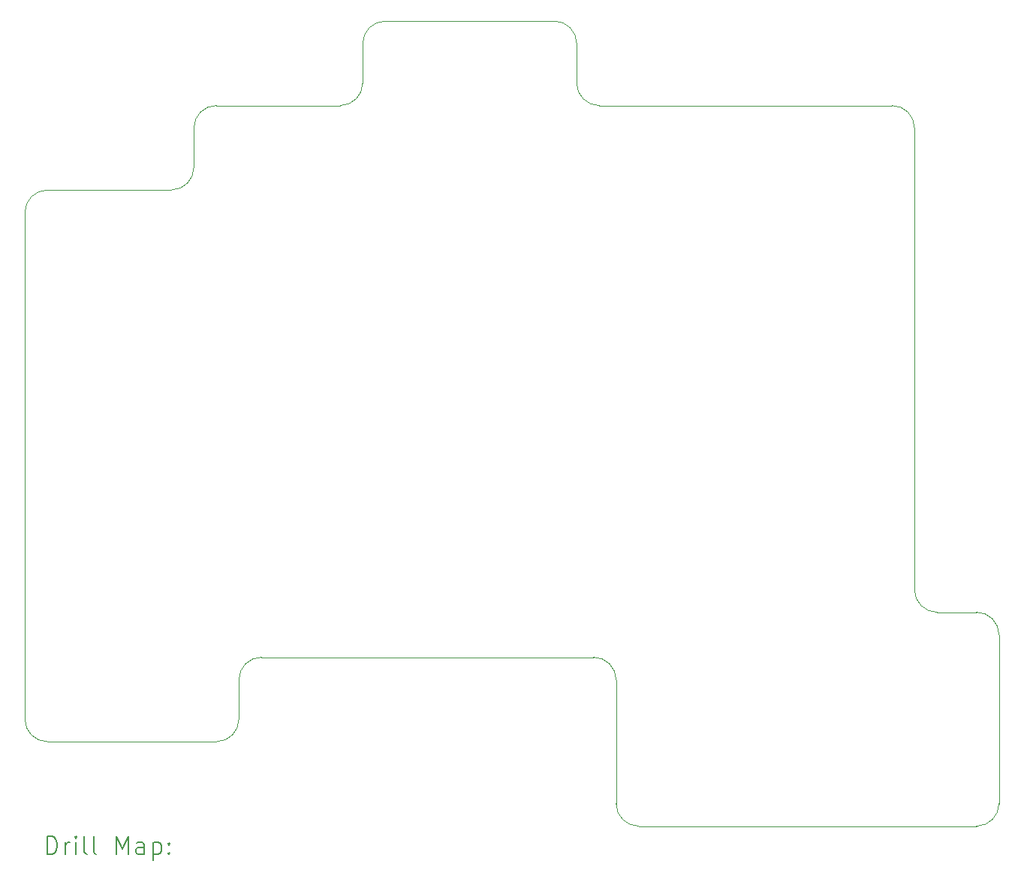
<source format=gbr>
%FSLAX45Y45*%
G04 Gerber Fmt 4.5, Leading zero omitted, Abs format (unit mm)*
G04 Created by KiCad (PCBNEW (6.0.4-0)) date 2022-03-28 14:14:27*
%MOMM*%
%LPD*%
G01*
G04 APERTURE LIST*
%TA.AperFunction,Profile*%
%ADD10C,0.120000*%
%TD*%
%ADD11C,0.200000*%
G04 APERTURE END LIST*
D10*
X-2349500Y-5969000D02*
G75*
G03*
X-2603500Y-6223000I0J-254000D01*
G01*
X-2857500Y254000D02*
X-1460500Y254000D01*
X-2857500Y-6921500D02*
G75*
G03*
X-2603500Y-6667500I0J254000D01*
G01*
X1206500Y508000D02*
X1206500Y952500D01*
X-5016500Y-952500D02*
X-5016500Y-6667500D01*
X5016500Y-5207000D02*
G75*
G03*
X5270500Y-5461000I254000J0D01*
G01*
X1206500Y508000D02*
G75*
G03*
X1460500Y254000I254000J0D01*
G01*
X5969000Y-5715000D02*
G75*
G03*
X5715000Y-5461000I-254000J0D01*
G01*
X1651000Y-6223000D02*
X1651000Y-7620000D01*
X-4762500Y-6921500D02*
X-2857500Y-6921500D01*
X5715000Y-5461000D02*
X5270500Y-5461000D01*
X-1206500Y508000D02*
X-1206500Y952500D01*
X-3111500Y0D02*
X-3111500Y-444500D01*
X-2603500Y-6667500D02*
X-2603500Y-6223000D01*
X5461000Y-7874000D02*
X5715000Y-7874000D01*
X1397000Y-5969000D02*
X-2349500Y-5969000D01*
X-4762500Y-698500D02*
G75*
G03*
X-5016500Y-952500I0J-254000D01*
G01*
X1206500Y952500D02*
G75*
G03*
X952500Y1206500I-254000J0D01*
G01*
X-5016500Y-6667500D02*
G75*
G03*
X-4762500Y-6921500I254000J0D01*
G01*
X1651000Y-6223000D02*
G75*
G03*
X1397000Y-5969000I-254000J0D01*
G01*
X5016500Y0D02*
G75*
G03*
X4762500Y254000I-254000J0D01*
G01*
X-3365500Y-698500D02*
G75*
G03*
X-3111500Y-444500I0J254000D01*
G01*
X1460500Y254000D02*
X4762500Y254000D01*
X5969000Y-5969000D02*
X5969000Y-5715000D01*
X5715000Y-7874000D02*
G75*
G03*
X5969000Y-7620000I0J254000D01*
G01*
X5969000Y-5969000D02*
X5969000Y-7620000D01*
X952500Y1206500D02*
X-952500Y1206500D01*
X5461000Y-7874000D02*
X1905000Y-7874000D01*
X-2857500Y254000D02*
G75*
G03*
X-3111500Y0I0J-254000D01*
G01*
X-952500Y1206500D02*
G75*
G03*
X-1206500Y952500I0J-254000D01*
G01*
X-3365500Y-698500D02*
X-4762500Y-698500D01*
X1651000Y-7620000D02*
G75*
G03*
X1905000Y-7874000I254000J0D01*
G01*
X5016500Y-5207000D02*
X5016500Y0D01*
X-1460500Y254000D02*
G75*
G03*
X-1206500Y508000I0J254000D01*
G01*
D11*
X-4764881Y-8190476D02*
X-4764881Y-7990476D01*
X-4717262Y-7990476D01*
X-4688691Y-8000000D01*
X-4669643Y-8019048D01*
X-4660119Y-8038095D01*
X-4650595Y-8076190D01*
X-4650595Y-8104762D01*
X-4660119Y-8142857D01*
X-4669643Y-8161905D01*
X-4688691Y-8180952D01*
X-4717262Y-8190476D01*
X-4764881Y-8190476D01*
X-4564881Y-8190476D02*
X-4564881Y-8057143D01*
X-4564881Y-8095238D02*
X-4555357Y-8076190D01*
X-4545833Y-8066667D01*
X-4526786Y-8057143D01*
X-4507738Y-8057143D01*
X-4441072Y-8190476D02*
X-4441072Y-8057143D01*
X-4441072Y-7990476D02*
X-4450595Y-8000000D01*
X-4441072Y-8009524D01*
X-4431548Y-8000000D01*
X-4441072Y-7990476D01*
X-4441072Y-8009524D01*
X-4317262Y-8190476D02*
X-4336310Y-8180952D01*
X-4345833Y-8161905D01*
X-4345833Y-7990476D01*
X-4212500Y-8190476D02*
X-4231548Y-8180952D01*
X-4241072Y-8161905D01*
X-4241072Y-7990476D01*
X-3983929Y-8190476D02*
X-3983929Y-7990476D01*
X-3917262Y-8133333D01*
X-3850595Y-7990476D01*
X-3850595Y-8190476D01*
X-3669643Y-8190476D02*
X-3669643Y-8085714D01*
X-3679167Y-8066667D01*
X-3698214Y-8057143D01*
X-3736310Y-8057143D01*
X-3755357Y-8066667D01*
X-3669643Y-8180952D02*
X-3688690Y-8190476D01*
X-3736310Y-8190476D01*
X-3755357Y-8180952D01*
X-3764881Y-8161905D01*
X-3764881Y-8142857D01*
X-3755357Y-8123809D01*
X-3736310Y-8114286D01*
X-3688690Y-8114286D01*
X-3669643Y-8104762D01*
X-3574405Y-8057143D02*
X-3574405Y-8257143D01*
X-3574405Y-8066667D02*
X-3555357Y-8057143D01*
X-3517262Y-8057143D01*
X-3498214Y-8066667D01*
X-3488690Y-8076190D01*
X-3479167Y-8095238D01*
X-3479167Y-8152381D01*
X-3488690Y-8171428D01*
X-3498214Y-8180952D01*
X-3517262Y-8190476D01*
X-3555357Y-8190476D01*
X-3574405Y-8180952D01*
X-3393452Y-8171428D02*
X-3383929Y-8180952D01*
X-3393452Y-8190476D01*
X-3402976Y-8180952D01*
X-3393452Y-8171428D01*
X-3393452Y-8190476D01*
X-3393452Y-8066667D02*
X-3383929Y-8076190D01*
X-3393452Y-8085714D01*
X-3402976Y-8076190D01*
X-3393452Y-8066667D01*
X-3393452Y-8085714D01*
M02*

</source>
